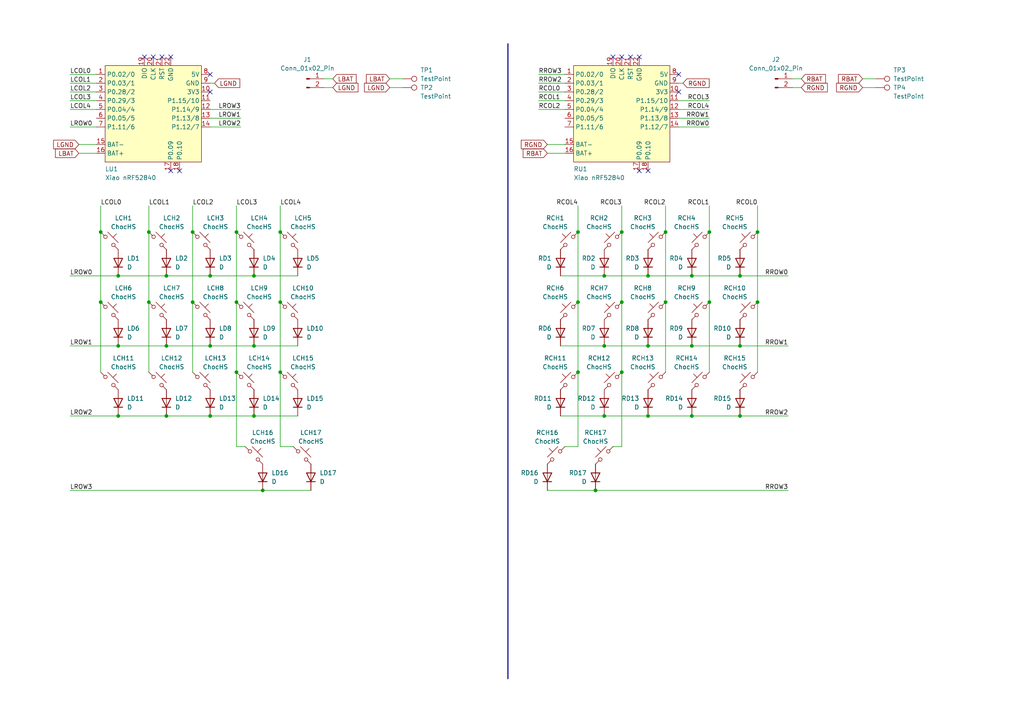
<source format=kicad_sch>
(kicad_sch (version 20231120) (generator "eeschema") (generator_version "8.0")
  (paper "A4")
  (lib_symbols
    (symbol "Connector:Conn_01x02_Pin" (pin_names (offset 1.016) hide)
      (property "Reference" "J" (at 0 2.54 0))
      (property "Value" "Conn_01x02_Pin" (at 0 -5.08 0))
      (symbol "Conn_01x02_Pin_1_1"
        (polyline (pts (xy 1.27 -2.54) (xy 0.8636 -2.54)) (stroke (width 0.1524)))
        (polyline (pts (xy 1.27 0) (xy 0.8636 0)) (stroke (width 0.1524)))
        (rectangle (start 0.8636 -2.413) (end 0 -2.667) (stroke (width 0.1524)) (fill (type outline)))
        (rectangle (start 0.8636 0.127) (end 0 -0.127) (stroke (width 0.1524)) (fill (type outline)))
        (pin passive line (at 5.08 0 180) (length 3.81) (name "Pin_1") (number "1"))
        (pin passive line (at 5.08 -2.54 180) (length 3.81) (name "Pin_2") (number "2"))
      )
    )
    (symbol "Connector:TestPoint" (pin_numbers hide) (pin_names (offset 0.762) hide)
      (property "Reference" "TP" (at 0 6.858 0))
      (property "Value" "TestPoint" (at 0 5.08 0))
      (symbol "TestPoint_0_1"
        (circle (center 0 3.302) (radius 0.762))
      )
      (symbol "TestPoint_1_1"
        (pin passive line (at 0 0 90) (length 2.54) (name "1") (number "1"))
      )
    )
    (symbol "Device:D" (pin_numbers hide) (pin_names (offset 1.016) hide)
      (property "Reference" "D" (at 0 2.54 0))
      (property "Value" "D" (at 0 -2.54 0))
      (symbol "D_0_1"
        (polyline (pts (xy -1.27 1.27) (xy -1.27 -1.27)) (stroke (width 0.254)))
        (polyline (pts (xy 1.27 0) (xy -1.27 0)))
        (polyline (pts (xy 1.27 1.27) (xy 1.27 -1.27) (xy -1.27 0) (xy 1.27 1.27)) (stroke (width 0.254)))
      )
      (symbol "D_1_1"
        (pin passive line (at -3.81 0 0) (length 2.54) (name "K") (number "1"))
        (pin passive line (at 3.81 0 180) (length 2.54) (name "A") (number "2"))
      )
    )
    (symbol "PCM_marbastlib-promicroish:Seeeduino_Xiao_nRF52840" (in_bom no)
      (property "Reference" "U" (at -10.16 -12.7 0))
      (property "Value" "Seeeduino Xiao nRF52840" (at -10.16 -15.24 0))
      (symbol "Seeeduino_Xiao_nRF52840_1_0"
        (pin bidirectional line (at -16.51 13.97 0) (length 2.54) (name "P0.02/0") (number "1"))
        (pin power_out line (at 16.51 8.89 180) (length 2.54) (name "3V3") (number "10"))
        (pin bidirectional line (at 16.51 6.35 180) (length 2.54) (name "P1.15/10") (number "11"))
        (pin bidirectional line (at 16.51 3.81 180) (length 2.54) (name "P1.14/9") (number "12"))
        (pin bidirectional line (at 16.51 1.27 180) (length 2.54) (name "P1.13/8") (number "13"))
        (pin bidirectional line (at 16.51 -1.27 180) (length 2.54) (name "P1.12/7") (number "14"))
        (pin power_in line (at -16.51 -6.35 0) (length 2.54) (name "BAT-") (number "15"))
        (pin power_in line (at -16.51 -8.89 0) (length 2.54) (name "BAT+") (number "16"))
        (pin bidirectional line (at 5.08 -13.97 90) (length 2.54) (name "P0.09") (number "17"))
        (pin bidirectional line (at 7.62 -13.97 90) (length 2.54) (name "P0.10") (number "18"))
        (pin bidirectional line (at -2.54 19.05 270) (length 2.54) (name "DIO") (number "19"))
        (pin bidirectional line (at -16.51 11.43 0) (length 2.54) (name "P0.03/1") (number "2"))
        (pin bidirectional line (at 0 19.05 270) (length 2.54) (name "CLK") (number "20"))
        (pin bidirectional line (at 2.54 19.05 270) (length 2.54) (name "RST") (number "21"))
        (pin power_out line (at 5.08 19.05 270) (length 2.54) (name "GND") (number "22"))
        (pin bidirectional line (at -16.51 8.89 0) (length 2.54) (name "P0.28/2") (number "3"))
        (pin bidirectional line (at -16.51 6.35 0) (length 2.54) (name "P0.29/3") (number "4"))
        (pin bidirectional line (at -16.51 3.81 0) (length 2.54) (name "P0.04/4") (number "5"))
        (pin bidirectional line (at -16.51 1.27 0) (length 2.54) (name "P0.05/5") (number "6"))
        (pin bidirectional line (at -16.51 -1.27 0) (length 2.54) (name "P1.11/6") (number "7"))
        (pin power_out line (at 16.51 13.97 180) (length 2.54) (name "5V") (number "8"))
        (pin power_out line (at 16.51 11.43 180) (length 2.54) (name "GND") (number "9"))
      )
      (symbol "Seeeduino_Xiao_nRF52840_1_1"
        (rectangle (start -13.97 16.51) (end 13.97 -11.43) (fill (type background)))
      )
    )
    (symbol "Switch:SW_Push_45deg" (pin_numbers hide) (pin_names (offset 1.016) hide)
      (property "Reference" "SW" (at 3.048 1.016 0))
      (property "Value" "SW_Push_45deg" (at 0 -3.81 0))
      (symbol "SW_Push_45deg_0_1"
        (circle (center -1.1684 1.1684) (radius 0.508))
        (polyline (pts (xy -0.508 2.54) (xy 2.54 -0.508)))
        (polyline (pts (xy 1.016 1.016) (xy 2.032 2.032)))
        (polyline (pts (xy -2.54 2.54) (xy -1.524 1.524) (xy -1.524 1.524)))
        (polyline (pts (xy 1.524 -1.524) (xy 2.54 -2.54) (xy 2.54 -2.54) (xy 2.54 -2.54)))
        (circle (center 1.143 -1.1938) (radius 0.508))
        (pin passive line (at -2.54 2.54 0) (length 0) (name "1") (number "1"))
        (pin passive line (at 2.54 -2.54 180) (length 0) (name "2") (number "2"))
      )
    )
  )
  (junction (at 81.28 67.31))
  (junction (at 29.21 87.63))
  (junction (at 200.66 80.01))
  (junction (at 60.96 120.65))
  (junction (at 73.66 80.01))
  (junction (at 48.26 80.01))
  (junction (at 180.34 87.63))
  (junction (at 55.88 67.31))
  (junction (at 205.74 67.31))
  (junction (at 29.21 67.31))
  (junction (at 187.96 80.01))
  (junction (at 73.66 120.65))
  (junction (at 55.88 87.63))
  (junction (at 68.58 107.95))
  (junction (at 73.66 100.33))
  (junction (at 76.2 142.24))
  (junction (at 187.96 120.65))
  (junction (at 175.26 100.33))
  (junction (at 34.29 80.01))
  (junction (at 205.74 87.63))
  (junction (at 219.71 87.63))
  (junction (at 167.64 107.95))
  (junction (at 60.96 100.33))
  (junction (at 81.28 107.95))
  (junction (at 200.66 100.33))
  (junction (at 60.96 80.01))
  (junction (at 34.29 120.65))
  (junction (at 81.28 87.63))
  (junction (at 175.26 80.01))
  (junction (at 200.66 120.65))
  (junction (at 214.63 80.01))
  (junction (at 172.72 142.24))
  (junction (at 180.34 67.31))
  (junction (at 68.58 87.63))
  (junction (at 68.58 67.31))
  (junction (at 219.71 67.31))
  (junction (at 34.29 100.33))
  (junction (at 48.26 120.65))
  (junction (at 193.04 67.31))
  (junction (at 167.64 87.63))
  (junction (at 180.34 107.95))
  (junction (at 214.63 120.65))
  (junction (at 214.63 100.33))
  (junction (at 167.64 67.31))
  (junction (at 48.26 100.33))
  (junction (at 43.18 87.63))
  (junction (at 193.04 87.63))
  (junction (at 187.96 100.33))
  (junction (at 43.18 67.31))
  (junction (at 175.26 120.65))
  (no_connect (at 49.53 49.53))
  (no_connect (at 41.91 16.51))
  (no_connect (at 182.88 16.51))
  (no_connect (at 180.34 16.51))
  (no_connect (at 196.85 21.59))
  (no_connect (at 177.8 16.51))
  (no_connect (at 187.96 49.53))
  (no_connect (at 60.96 21.59))
  (no_connect (at 185.42 16.51))
  (no_connect (at 44.45 16.51))
  (no_connect (at 52.07 49.53))
  (no_connect (at 185.42 49.53))
  (no_connect (at 46.99 16.51))
  (no_connect (at 60.96 26.67))
  (no_connect (at 196.85 26.67))
  (no_connect (at 49.53 16.51))
  (wire (pts (xy 214.63 100.33) (xy 228.6 100.33)))
  (bus (pts (xy 147.32 12.7) (xy 147.32 196.85)))
  (wire (pts (xy 73.66 100.33) (xy 86.36 100.33)))
  (wire (pts (xy 187.96 120.65) (xy 200.66 120.65)))
  (wire (pts (xy 175.26 120.65) (xy 187.96 120.65)))
  (wire (pts (xy 193.04 67.31) (xy 193.04 87.63)))
  (wire (pts (xy 219.71 67.31) (xy 219.71 87.63)))
  (wire (pts (xy 48.26 120.65) (xy 60.96 120.65)))
  (wire (pts (xy 113.03 22.86) (xy 116.84 22.86)))
  (wire (pts (xy 156.21 26.67) (xy 163.83 26.67)))
  (wire (pts (xy 229.87 22.86) (xy 232.41 22.86)))
  (wire (pts (xy 81.28 87.63) (xy 81.28 107.95)))
  (wire (pts (xy 219.71 59.69) (xy 219.71 67.31)))
  (wire (pts (xy 93.98 22.86) (xy 96.52 22.86)))
  (wire (pts (xy 180.34 87.63) (xy 180.34 107.95)))
  (wire (pts (xy 158.75 142.24) (xy 172.72 142.24)))
  (wire (pts (xy 20.32 29.21) (xy 27.94 29.21)))
  (wire (pts (xy 93.98 25.4) (xy 96.52 25.4)))
  (wire (pts (xy 60.96 120.65) (xy 73.66 120.65)))
  (wire (pts (xy 29.21 59.69) (xy 29.21 67.31)))
  (wire (pts (xy 29.21 67.31) (xy 29.21 87.63)))
  (wire (pts (xy 43.18 67.31) (xy 43.18 87.63)))
  (wire (pts (xy 167.64 107.95) (xy 167.64 129.54)))
  (wire (pts (xy 43.18 59.69) (xy 43.18 67.31)))
  (wire (pts (xy 60.96 80.01) (xy 73.66 80.01)))
  (wire (pts (xy 60.96 31.75) (xy 69.85 31.75)))
  (wire (pts (xy 29.21 87.63) (xy 29.21 107.95)))
  (wire (pts (xy 196.85 29.21) (xy 205.74 29.21)))
  (wire (pts (xy 113.03 25.4) (xy 116.84 25.4)))
  (wire (pts (xy 34.29 120.65) (xy 48.26 120.65)))
  (wire (pts (xy 187.96 100.33) (xy 200.66 100.33)))
  (wire (pts (xy 162.56 80.01) (xy 175.26 80.01)))
  (wire (pts (xy 20.32 120.65) (xy 34.29 120.65)))
  (wire (pts (xy 214.63 80.01) (xy 228.6 80.01)))
  (wire (pts (xy 68.58 87.63) (xy 68.58 107.95)))
  (wire (pts (xy 20.32 100.33) (xy 34.29 100.33)))
  (wire (pts (xy 60.96 24.13) (xy 62.23 24.13)))
  (wire (pts (xy 73.66 120.65) (xy 86.36 120.65)))
  (wire (pts (xy 167.64 67.31) (xy 167.64 87.63)))
  (wire (pts (xy 219.71 87.63) (xy 219.71 107.95)))
  (wire (pts (xy 180.34 67.31) (xy 180.34 87.63)))
  (wire (pts (xy 180.34 59.69) (xy 180.34 67.31)))
  (wire (pts (xy 68.58 67.31) (xy 68.58 87.63)))
  (wire (pts (xy 196.85 36.83) (xy 205.74 36.83)))
  (wire (pts (xy 158.75 41.91) (xy 163.83 41.91)))
  (wire (pts (xy 175.26 100.33) (xy 187.96 100.33)))
  (wire (pts (xy 196.85 24.13) (xy 198.12 24.13)))
  (wire (pts (xy 205.74 67.31) (xy 205.74 87.63)))
  (wire (pts (xy 250.19 22.86) (xy 254 22.86)))
  (wire (pts (xy 180.34 129.54) (xy 177.8 129.54)))
  (wire (pts (xy 229.87 25.4) (xy 232.41 25.4)))
  (wire (pts (xy 200.66 80.01) (xy 214.63 80.01)))
  (wire (pts (xy 43.18 87.63) (xy 43.18 107.95)))
  (wire (pts (xy 167.64 129.54) (xy 163.83 129.54)))
  (wire (pts (xy 167.64 87.63) (xy 167.64 107.95)))
  (wire (pts (xy 22.86 41.91) (xy 27.94 41.91)))
  (wire (pts (xy 180.34 107.95) (xy 180.34 129.54)))
  (wire (pts (xy 158.75 44.45) (xy 163.83 44.45)))
  (wire (pts (xy 20.32 26.67) (xy 27.94 26.67)))
  (wire (pts (xy 193.04 87.63) (xy 193.04 107.95)))
  (wire (pts (xy 156.21 31.75) (xy 163.83 31.75)))
  (wire (pts (xy 193.04 59.69) (xy 193.04 67.31)))
  (wire (pts (xy 81.28 107.95) (xy 81.28 129.54)))
  (wire (pts (xy 156.21 29.21) (xy 163.83 29.21)))
  (wire (pts (xy 250.19 25.4) (xy 254 25.4)))
  (wire (pts (xy 76.2 142.24) (xy 90.17 142.24)))
  (wire (pts (xy 162.56 100.33) (xy 175.26 100.33)))
  (wire (pts (xy 196.85 31.75) (xy 205.74 31.75)))
  (wire (pts (xy 81.28 67.31) (xy 81.28 87.63)))
  (wire (pts (xy 55.88 87.63) (xy 55.88 107.95)))
  (wire (pts (xy 214.63 120.65) (xy 228.6 120.65)))
  (wire (pts (xy 73.66 80.01) (xy 86.36 80.01)))
  (wire (pts (xy 48.26 80.01) (xy 60.96 80.01)))
  (wire (pts (xy 20.32 31.75) (xy 27.94 31.75)))
  (wire (pts (xy 172.72 142.24) (xy 228.6 142.24)))
  (wire (pts (xy 20.32 36.83) (xy 27.94 36.83)))
  (wire (pts (xy 20.32 142.24) (xy 76.2 142.24)))
  (wire (pts (xy 22.86 44.45) (xy 27.94 44.45)))
  (wire (pts (xy 187.96 80.01) (xy 200.66 80.01)))
  (wire (pts (xy 167.64 59.69) (xy 167.64 67.31)))
  (wire (pts (xy 20.32 21.59) (xy 27.94 21.59)))
  (wire (pts (xy 60.96 34.29) (xy 69.85 34.29)))
  (wire (pts (xy 200.66 120.65) (xy 214.63 120.65)))
  (wire (pts (xy 60.96 36.83) (xy 69.85 36.83)))
  (wire (pts (xy 68.58 59.69) (xy 68.58 67.31)))
  (wire (pts (xy 175.26 80.01) (xy 187.96 80.01)))
  (wire (pts (xy 20.32 80.01) (xy 34.29 80.01)))
  (wire (pts (xy 205.74 59.69) (xy 205.74 67.31)))
  (wire (pts (xy 81.28 59.69) (xy 81.28 67.31)))
  (wire (pts (xy 156.21 21.59) (xy 163.83 21.59)))
  (wire (pts (xy 48.26 100.33) (xy 60.96 100.33)))
  (wire (pts (xy 20.32 24.13) (xy 27.94 24.13)))
  (wire (pts (xy 34.29 80.01) (xy 48.26 80.01)))
  (wire (pts (xy 200.66 100.33) (xy 214.63 100.33)))
  (wire (pts (xy 196.85 34.29) (xy 205.74 34.29)))
  (wire (pts (xy 162.56 120.65) (xy 175.26 120.65)))
  (wire (pts (xy 68.58 107.95) (xy 68.58 129.54)))
  (wire (pts (xy 60.96 100.33) (xy 73.66 100.33)))
  (wire (pts (xy 55.88 67.31) (xy 55.88 87.63)))
  (wire (pts (xy 55.88 59.69) (xy 55.88 67.31)))
  (wire (pts (xy 68.58 129.54) (xy 71.12 129.54)))
  (wire (pts (xy 81.28 129.54) (xy 85.09 129.54)))
  (wire (pts (xy 205.74 87.63) (xy 205.74 107.95)))
  (wire (pts (xy 156.21 24.13) (xy 163.83 24.13)))
  (wire (pts (xy 34.29 100.33) (xy 48.26 100.33)))
  (label "LROW0" (at 20.32 36.83 0))
  (label "RCOL2" (at 193.04 59.69 180))
  (label "LCOL4" (at 81.28 59.69 0))
  (label "RROW1" (at 228.6 100.33 180))
  (label "RCOL4" (at 205.74 31.75 180))
  (label "LROW3" (at 69.85 31.75 180))
  (label "RROW0" (at 228.6 80.01 180))
  (label "RCOL3" (at 205.74 29.21 180))
  (label "RCOL0" (at 219.71 59.69 180))
  (label "RROW2" (at 156.21 24.13 0))
  (label "LROW2" (at 20.32 120.65 0))
  (label "LROW1" (at 69.85 34.29 180))
  (label "LCOL0" (at 20.32 21.59 0))
  (label "RCOL1" (at 205.74 59.69 180))
  (label "RROW3" (at 228.6 142.24 180))
  (label "LCOL2" (at 55.88 59.69 0))
  (label "RCOL0" (at 156.21 26.67 0))
  (label "LROW3" (at 20.32 142.24 0))
  (label "RROW3" (at 156.21 21.59 0))
  (label "RCOL1" (at 156.21 29.21 0))
  (label "RCOL2" (at 156.21 31.75 0))
  (label "LCOL1" (at 20.32 24.13 0))
  (label "RROW1" (at 205.74 34.29 180))
  (label "RROW0" (at 205.74 36.83 180))
  (label "LROW1" (at 20.32 100.33 0))
  (label "LROW2" (at 69.85 36.83 180))
  (label "LCOL4" (at 20.32 31.75 0))
  (label "LCOL2" (at 20.32 26.67 0))
  (label "RROW2" (at 228.6 120.65 180))
  (label "LCOL3" (at 68.58 59.69 0))
  (label "RCOL4" (at 167.64 59.69 180))
  (label "LCOL0" (at 29.21 59.69 0))
  (label "LROW0" (at 20.32 80.01 0))
  (label "LCOL1" (at 43.18 59.69 0))
  (label "RCOL3" (at 180.34 59.69 180))
  (label "LCOL3" (at 20.32 29.21 0))
  (global_label "LGND" (shape input) (at 22.86 41.91 180) (property "Intersheetrefs" "${INTERSHEET_REFS}" (effects (hide yes))))
  (global_label "RBAT" (shape input) (at 250.19 22.86 180) (property "Intersheetrefs" "${INTERSHEET_REFS}" (effects (hide yes))))
  (global_label "LGND" (shape input) (at 113.03 25.4 180) (property "Intersheetrefs" "${INTERSHEET_REFS}" (effects (hide yes))))
  (global_label "RGND" (shape input) (at 232.41 25.4 0) (property "Intersheetrefs" "${INTERSHEET_REFS}" (effects (hide yes))))
  (global_label "LGND" (shape input) (at 96.52 25.4 0) (property "Intersheetrefs" "${INTERSHEET_REFS}" (effects (hide yes))))
  (global_label "LBAT" (shape input) (at 113.03 22.86 180) (property "Intersheetrefs" "${INTERSHEET_REFS}" (effects (hide yes))))
  (global_label "LGND" (shape input) (at 62.23 24.13 0) (property "Intersheetrefs" "${INTERSHEET_REFS}" (effects (hide yes))))
  (global_label "LBAT" (shape input) (at 22.86 44.45 180) (property "Intersheetrefs" "${INTERSHEET_REFS}" (effects (hide yes))))
  (global_label "RGND" (shape input) (at 198.12 24.13 0) (property "Intersheetrefs" "${INTERSHEET_REFS}" (effects (hide yes))))
  (global_label "RGND" (shape input) (at 158.75 41.91 180) (property "Intersheetrefs" "${INTERSHEET_REFS}" (effects (hide yes))))
  (global_label "RBAT" (shape input) (at 158.75 44.45 180) (property "Intersheetrefs" "${INTERSHEET_REFS}" (effects (hide yes))))
  (global_label "RGND" (shape input) (at 250.19 25.4 180) (property "Intersheetrefs" "${INTERSHEET_REFS}" (effects (hide yes))))
  (global_label "LBAT" (shape input) (at 96.52 22.86 0) (property "Intersheetrefs" "${INTERSHEET_REFS}" (effects (hide yes))))
  (global_label "RBAT" (shape input) (at 232.41 22.86 0) (property "Intersheetrefs" "${INTERSHEET_REFS}" (effects (hide yes))))
  (symbol (lib_id "Device:D") (at 34.29 116.84 90) (unit 1)
    (property "Reference" "LD11" (at 36.83 115.5699 90) (effects (justify right)))
    (property "Value" "D" (at 36.83 118.1099 90) (effects (justify right)))
    (property "Footprint" "Diode_SMD:D_SOD-123" (effects (hide yes)))
    (property "Description" "Diode" (effects (hide yes)))
    (property "Sim.Device" "D" (effects (hide yes)))
    (property "Sim.Pins" "1=K 2=A" (effects (hide yes)))
  )
  (symbol (lib_id "Device:D") (at 187.96 96.52 270) (mirror x) (unit 1)
    (property "Reference" "RD8" (at 185.42 95.2499 90) (effects (justify right)))
    (property "Value" "D" (at 185.42 97.7899 90) (effects (justify right)))
    (property "Footprint" "Diode_SMD:D_SOD-123" (effects (hide yes)))
    (property "Description" "Diode" (effects (hide yes)))
    (property "Sim.Device" "D" (effects (hide yes)))
    (property "Sim.Pins" "1=K 2=A" (effects (hide yes)))
  )
  (symbol (lib_id "Switch:SW_Push_45deg") (at 31.75 90.17 0) (unit 1)
    (property "Reference" "LCH6" (at 35.814 83.566 0))
    (property "Value" "ChocHS" (at 35.814 86.106 0))
    (property "Footprint" "Custom:SW_choc_v1_HS_MBK" (effects (hide yes)))
    (property "Description" "Push button switch, normally open, two pins, 45° tilted" (effects (hide yes)))
  )
  (symbol (lib_id "Switch:SW_Push_45deg") (at 71.12 110.49 0) (unit 1)
    (property "Reference" "LCH14" (at 75.184 103.886 0))
    (property "Value" "ChocHS" (at 75.184 106.426 0))
    (property "Footprint" "Custom:SW_choc_v1_HS_MBK" (effects (hide yes)))
    (property "Description" "Push button switch, normally open, two pins, 45° tilted" (effects (hide yes)))
  )
  (symbol (lib_id "Device:D") (at 73.66 76.2 90) (unit 1)
    (property "Reference" "LD4" (at 76.2 74.9299 90) (effects (justify right)))
    (property "Value" "D" (at 76.2 77.4699 90) (effects (justify right)))
    (property "Footprint" "Diode_SMD:D_SOD-123" (effects (hide yes)))
    (property "Description" "Diode" (effects (hide yes)))
    (property "Sim.Device" "D" (effects (hide yes)))
    (property "Sim.Pins" "1=K 2=A" (effects (hide yes)))
  )
  (symbol (lib_id "Device:D") (at 172.72 138.43 270) (mirror x) (unit 1)
    (property "Reference" "RD17" (at 170.18 137.1599 90) (effects (justify right)))
    (property "Value" "D" (at 170.18 139.6999 90) (effects (justify right)))
    (property "Footprint" "Diode_SMD:D_SOD-123" (effects (hide yes)))
    (property "Description" "Diode" (effects (hide yes)))
    (property "Sim.Device" "D" (effects (hide yes)))
    (property "Sim.Pins" "1=K 2=A" (effects (hide yes)))
  )
  (symbol (lib_id "Switch:SW_Push_45deg") (at 58.42 90.17 0) (unit 1)
    (property "Reference" "LCH8" (at 62.484 83.566 0))
    (property "Value" "ChocHS" (at 62.484 86.106 0))
    (property "Footprint" "Custom:SW_choc_v1_HS_MBK" (effects (hide yes)))
    (property "Description" "Push button switch, normally open, two pins, 45° tilted" (effects (hide yes)))
  )
  (symbol (lib_id "Device:D") (at 73.66 116.84 90) (unit 1)
    (property "Reference" "LD14" (at 76.2 115.5699 90) (effects (justify right)))
    (property "Value" "D" (at 76.2 118.1099 90) (effects (justify right)))
    (property "Footprint" "Diode_SMD:D_SOD-123" (effects (hide yes)))
    (property "Description" "Diode" (effects (hide yes)))
    (property "Sim.Device" "D" (effects (hide yes)))
    (property "Sim.Pins" "1=K 2=A" (effects (hide yes)))
  )
  (symbol (lib_id "Device:D") (at 86.36 116.84 90) (unit 1)
    (property "Reference" "LD15" (at 88.9 115.5699 90) (effects (justify right)))
    (property "Value" "D" (at 88.9 118.1099 90) (effects (justify right)))
    (property "Footprint" "Diode_SMD:D_SOD-123" (effects (hide yes)))
    (property "Description" "Diode" (effects (hide yes)))
    (property "Sim.Device" "D" (effects (hide yes)))
    (property "Sim.Pins" "1=K 2=A" (effects (hide yes)))
  )
  (symbol (lib_id "Connector:TestPoint") (at 116.84 22.86 270) (unit 1)
    (property "Reference" "TP1" (at 121.92 20.32 90) (effects (justify left)))
    (property "Value" "TestPoint" (at 121.92 22.86 90) (effects (justify left)))
    (property "Footprint" "TestPoint:TestPoint_Pad_D2.0mm" (effects (hide yes)))
    (property "Description" "test point" (effects (hide yes)))
  )
  (symbol (lib_id "Switch:SW_Push_45deg") (at 165.1 90.17 0) (mirror y) (unit 1)
    (property "Reference" "RCH6" (at 161.036 83.566 0))
    (property "Value" "ChocHS" (at 161.036 86.106 0))
    (property "Footprint" "Custom:SW_choc_v1_HS_MBK" (effects (hide yes)))
    (property "Description" "Push button switch, normally open, two pins, 45° tilted" (effects (hide yes)))
  )
  (symbol (lib_id "Switch:SW_Push_45deg") (at 190.5 110.49 0) (mirror y) (unit 1)
    (property "Reference" "RCH13" (at 186.436 103.886 0))
    (property "Value" "ChocHS" (at 186.436 106.426 0))
    (property "Footprint" "Custom:SW_choc_v1_HS_MBK" (effects (hide yes)))
    (property "Description" "Push button switch, normally open, two pins, 45° tilted" (effects (hide yes)))
  )
  (symbol (lib_id "Switch:SW_Push_45deg") (at 165.1 69.85 0) (mirror y) (unit 1)
    (property "Reference" "RCH1" (at 161.036 63.246 0))
    (property "Value" "ChocHS" (at 161.036 65.786 0))
    (property "Footprint" "Custom:SW_choc_v1_HS_MBK" (effects (hide yes)))
    (property "Description" "Push button switch, normally open, two pins, 45° tilted" (effects (hide yes)))
  )
  (symbol (lib_id "Device:D") (at 214.63 96.52 270) (mirror x) (unit 1)
    (property "Reference" "RD10" (at 212.09 95.2499 90) (effects (justify right)))
    (property "Value" "D" (at 212.09 97.7899 90) (effects (justify right)))
    (property "Footprint" "Diode_SMD:D_SOD-123" (effects (hide yes)))
    (property "Description" "Diode" (effects (hide yes)))
    (property "Sim.Device" "D" (effects (hide yes)))
    (property "Sim.Pins" "1=K 2=A" (effects (hide yes)))
  )
  (symbol (lib_id "Device:D") (at 60.96 116.84 90) (unit 1)
    (property "Reference" "LD13" (at 63.5 115.5699 90) (effects (justify right)))
    (property "Value" "D" (at 63.5 118.1099 90) (effects (justify right)))
    (property "Footprint" "Diode_SMD:D_SOD-123" (effects (hide yes)))
    (property "Description" "Diode" (effects (hide yes)))
    (property "Sim.Device" "D" (effects (hide yes)))
    (property "Sim.Pins" "1=K 2=A" (effects (hide yes)))
  )
  (symbol (lib_id "Switch:SW_Push_45deg") (at 58.42 110.49 0) (unit 1)
    (property "Reference" "LCH13" (at 62.484 103.886 0))
    (property "Value" "ChocHS" (at 62.484 106.426 0))
    (property "Footprint" "Custom:SW_choc_v1_HS_MBK" (effects (hide yes)))
    (property "Description" "Push button switch, normally open, two pins, 45° tilted" (effects (hide yes)))
  )
  (symbol (lib_id "Device:D") (at 34.29 96.52 90) (unit 1)
    (property "Reference" "LD6" (at 36.83 95.2499 90) (effects (justify right)))
    (property "Value" "D" (at 36.83 97.7899 90) (effects (justify right)))
    (property "Footprint" "Diode_SMD:D_SOD-123" (effects (hide yes)))
    (property "Description" "Diode" (effects (hide yes)))
    (property "Sim.Device" "D" (effects (hide yes)))
    (property "Sim.Pins" "1=K 2=A" (effects (hide yes)))
  )
  (symbol (lib_id "Device:D") (at 187.96 116.84 270) (mirror x) (unit 1)
    (property "Reference" "RD13" (at 185.42 115.5699 90) (effects (justify right)))
    (property "Value" "D" (at 185.42 118.1099 90) (effects (justify right)))
    (property "Footprint" "Diode_SMD:D_SOD-123" (effects (hide yes)))
    (property "Description" "Diode" (effects (hide yes)))
    (property "Sim.Device" "D" (effects (hide yes)))
    (property "Sim.Pins" "1=K 2=A" (effects (hide yes)))
  )
  (symbol (lib_id "Device:D") (at 34.29 76.2 90) (unit 1)
    (property "Reference" "LD1" (at 36.83 74.9299 90) (effects (justify right)))
    (property "Value" "D" (at 36.83 77.4699 90) (effects (justify right)))
    (property "Footprint" "Diode_SMD:D_SOD-123" (effects (hide yes)))
    (property "Description" "Diode" (effects (hide yes)))
    (property "Sim.Device" "D" (effects (hide yes)))
    (property "Sim.Pins" "1=K 2=A" (effects (hide yes)))
  )
  (symbol (lib_id "Switch:SW_Push_45deg") (at 177.8 69.85 0) (mirror y) (unit 1)
    (property "Reference" "RCH2" (at 173.736 63.246 0))
    (property "Value" "ChocHS" (at 173.736 65.786 0))
    (property "Footprint" "Custom:SW_choc_v1_HS_MBK" (effects (hide yes)))
    (property "Description" "Push button switch, normally open, two pins, 45° tilted" (effects (hide yes)))
  )
  (symbol (lib_id "Switch:SW_Push_45deg") (at 161.29 132.08 0) (mirror y) (unit 1)
    (property "Reference" "RCH16" (at 158.75 125.476 0))
    (property "Value" "ChocHS" (at 158.75 128.016 0))
    (property "Footprint" "Custom:SW_choc_v1_HS_MBK" (effects (hide yes)))
    (property "Description" "Push button switch, normally open, two pins, 45° tilted" (effects (hide yes)))
  )
  (symbol (lib_id "Switch:SW_Push_45deg") (at 190.5 69.85 0) (mirror y) (unit 1)
    (property "Reference" "RCH3" (at 186.436 63.246 0))
    (property "Value" "ChocHS" (at 186.436 65.786 0))
    (property "Footprint" "Custom:SW_choc_v1_HS_MBK" (effects (hide yes)))
    (property "Description" "Push button switch, normally open, two pins, 45° tilted" (effects (hide yes)))
  )
  (symbol (lib_id "Switch:SW_Push_45deg") (at 71.12 90.17 0) (unit 1)
    (property "Reference" "LCH9" (at 75.184 83.566 0))
    (property "Value" "ChocHS" (at 75.184 86.106 0))
    (property "Footprint" "Custom:SW_choc_v1_HS_MBK" (effects (hide yes)))
    (property "Description" "Push button switch, normally open, two pins, 45° tilted" (effects (hide yes)))
  )
  (symbol (lib_id "Device:D") (at 175.26 76.2 270) (mirror x) (unit 1)
    (property "Reference" "RD2" (at 172.72 74.9299 90) (effects (justify right)))
    (property "Value" "D" (at 172.72 77.4699 90) (effects (justify right)))
    (property "Footprint" "Diode_SMD:D_SOD-123" (effects (hide yes)))
    (property "Description" "Diode" (effects (hide yes)))
    (property "Sim.Device" "D" (effects (hide yes)))
    (property "Sim.Pins" "1=K 2=A" (effects (hide yes)))
  )
  (symbol (lib_id "Switch:SW_Push_45deg") (at 58.42 69.85 0) (unit 1)
    (property "Reference" "LCH3" (at 62.484 63.246 0))
    (property "Value" "ChocHS" (at 62.484 65.786 0))
    (property "Footprint" "Custom:SW_choc_v1_HS_MBK" (effects (hide yes)))
    (property "Description" "Push button switch, normally open, two pins, 45° tilted" (effects (hide yes)))
  )
  (symbol (lib_id "Device:D") (at 214.63 116.84 270) (mirror x) (unit 1)
    (property "Reference" "RD15" (at 212.09 115.5699 90) (effects (justify right)))
    (property "Value" "D" (at 212.09 118.1099 90) (effects (justify right)))
    (property "Footprint" "Diode_SMD:D_SOD-123" (effects (hide yes)))
    (property "Description" "Diode" (effects (hide yes)))
    (property "Sim.Device" "D" (effects (hide yes)))
    (property "Sim.Pins" "1=K 2=A" (effects (hide yes)))
  )
  (symbol (lib_id "Device:D") (at 48.26 96.52 90) (unit 1)
    (property "Reference" "LD7" (at 50.8 95.2499 90) (effects (justify right)))
    (property "Value" "D" (at 50.8 97.7899 90) (effects (justify right)))
    (property "Footprint" "Diode_SMD:D_SOD-123" (effects (hide yes)))
    (property "Description" "Diode" (effects (hide yes)))
    (property "Sim.Device" "D" (effects (hide yes)))
    (property "Sim.Pins" "1=K 2=A" (effects (hide yes)))
  )
  (symbol (lib_id "Switch:SW_Push_45deg") (at 45.72 69.85 0) (unit 1)
    (property "Reference" "LCH2" (at 49.784 63.246 0))
    (property "Value" "ChocHS" (at 49.784 65.786 0))
    (property "Footprint" "Custom:SW_choc_v1_HS_MBK" (effects (hide yes)))
    (property "Description" "Push button switch, normally open, two pins, 45° tilted" (effects (hide yes)))
  )
  (symbol (lib_id "Device:D") (at 86.36 96.52 90) (unit 1)
    (property "Reference" "LD10" (at 88.9 95.2499 90) (effects (justify right)))
    (property "Value" "D" (at 88.9 97.7899 90) (effects (justify right)))
    (property "Footprint" "Diode_SMD:D_SOD-123" (effects (hide yes)))
    (property "Description" "Diode" (effects (hide yes)))
    (property "Sim.Device" "D" (effects (hide yes)))
    (property "Sim.Pins" "1=K 2=A" (effects (hide yes)))
  )
  (symbol (lib_id "Switch:SW_Push_45deg") (at 87.63 132.08 0) (unit 1)
    (property "Reference" "LCH17" (at 90.17 125.476 0))
    (property "Value" "ChocHS" (at 90.17 128.016 0))
    (property "Footprint" "Custom:SW_choc_v1_HS_MBK" (effects (hide yes)))
    (property "Description" "Push button switch, normally open, two pins, 45° tilted" (effects (hide yes)))
  )
  (symbol (lib_id "PCM_marbastlib-promicroish:Seeeduino_Xiao_nRF52840") (at 180.34 35.56 0) (unit 1) (in_bom no)
    (property "Reference" "RU1" (at 166.37 49.022 0) (effects (justify left)))
    (property "Value" "Xiao nRF52840" (at 166.37 51.562 0) (effects (justify left)))
    (property "Footprint" "Custom:xiao-ble-smd-cutout" (effects (hide yes)))
    (property "Description" "Symbol for a Seeeduino Xiao nRF52840" (effects (hide yes)))
  )
  (symbol (lib_id "Switch:SW_Push_45deg") (at 71.12 69.85 0) (unit 1)
    (property "Reference" "LCH4" (at 75.184 63.246 0))
    (property "Value" "ChocHS" (at 75.184 65.786 0))
    (property "Footprint" "Custom:SW_choc_v1_HS_MBK" (effects (hide yes)))
    (property "Description" "Push button switch, normally open, two pins, 45° tilted" (effects (hide yes)))
  )
  (symbol (lib_id "Switch:SW_Push_45deg") (at 177.8 90.17 0) (mirror y) (unit 1)
    (property "Reference" "RCH7" (at 173.736 83.566 0))
    (property "Value" "ChocHS" (at 173.736 86.106 0))
    (property "Footprint" "Custom:SW_choc_v1_HS_MBK" (effects (hide yes)))
    (property "Description" "Push button switch, normally open, two pins, 45° tilted" (effects (hide yes)))
  )
  (symbol (lib_id "Switch:SW_Push_45deg") (at 190.5 90.17 0) (mirror y) (unit 1)
    (property "Reference" "RCH8" (at 186.436 83.566 0))
    (property "Value" "ChocHS" (at 186.436 86.106 0))
    (property "Footprint" "Custom:SW_choc_v1_HS_MBK" (effects (hide yes)))
    (property "Description" "Push button switch, normally open, two pins, 45° tilted" (effects (hide yes)))
  )
  (symbol (lib_id "Device:D") (at 162.56 116.84 270) (mirror x) (unit 1)
    (property "Reference" "RD11" (at 160.02 115.5699 90) (effects (justify right)))
    (property "Value" "D" (at 160.02 118.1099 90) (effects (justify right)))
    (property "Footprint" "Diode_SMD:D_SOD-123" (effects (hide yes)))
    (property "Description" "Diode" (effects (hide yes)))
    (property "Sim.Device" "D" (effects (hide yes)))
    (property "Sim.Pins" "1=K 2=A" (effects (hide yes)))
  )
  (symbol (lib_id "Switch:SW_Push_45deg") (at 203.2 90.17 0) (mirror y) (unit 1)
    (property "Reference" "RCH9" (at 199.136 83.566 0))
    (property "Value" "ChocHS" (at 199.136 86.106 0))
    (property "Footprint" "Custom:SW_choc_v1_HS_MBK" (effects (hide yes)))
    (property "Description" "Push button switch, normally open, two pins, 45° tilted" (effects (hide yes)))
  )
  (symbol (lib_id "Connector:TestPoint") (at 116.84 25.4 270) (unit 1)
    (property "Reference" "TP2" (at 121.92 25.4 90) (effects (justify left)))
    (property "Value" "TestPoint" (at 121.92 27.94 90) (effects (justify left)))
    (property "Footprint" "TestPoint:TestPoint_Pad_D2.0mm" (effects (hide yes)))
    (property "Description" "test point" (effects (hide yes)))
  )
  (symbol (lib_id "Switch:SW_Push_45deg") (at 73.66 132.08 0) (unit 1)
    (property "Reference" "LCH16" (at 76.2 125.476 0))
    (property "Value" "ChocHS" (at 76.2 128.016 0))
    (property "Footprint" "Custom:SW_choc_v1_HS_MBK" (effects (hide yes)))
    (property "Description" "Push button switch, normally open, two pins, 45° tilted" (effects (hide yes)))
  )
  (symbol (lib_id "Switch:SW_Push_45deg") (at 31.75 110.49 0) (unit 1)
    (property "Reference" "LCH11" (at 35.814 103.886 0))
    (property "Value" "ChocHS" (at 35.814 106.426 0))
    (property "Footprint" "Custom:SW_choc_v1_HS_MBK" (effects (hide yes)))
    (property "Description" "Push button switch, normally open, two pins, 45° tilted" (effects (hide yes)))
  )
  (symbol (lib_id "Device:D") (at 76.2 138.43 90) (unit 1)
    (property "Reference" "LD16" (at 78.74 137.1599 90) (effects (justify right)))
    (property "Value" "D" (at 78.74 139.6999 90) (effects (justify right)))
    (property "Footprint" "Diode_SMD:D_SOD-123" (effects (hide yes)))
    (property "Description" "Diode" (effects (hide yes)))
    (property "Sim.Device" "D" (effects (hide yes)))
    (property "Sim.Pins" "1=K 2=A" (effects (hide yes)))
  )
  (symbol (lib_id "Switch:SW_Push_45deg") (at 83.82 69.85 0) (unit 1)
    (property "Reference" "LCH5" (at 87.884 63.246 0))
    (property "Value" "ChocHS" (at 87.884 65.786 0))
    (property "Footprint" "Custom:SW_choc_v1_HS_MBK" (effects (hide yes)))
    (property "Description" "Push button switch, normally open, two pins, 45° tilted" (effects (hide yes)))
  )
  (symbol (lib_id "Device:D") (at 73.66 96.52 90) (unit 1)
    (property "Reference" "LD9" (at 76.2 95.2499 90) (effects (justify right)))
    (property "Value" "D" (at 76.2 97.7899 90) (effects (justify right)))
    (property "Footprint" "Diode_SMD:D_SOD-123" (effects (hide yes)))
    (property "Description" "Diode" (effects (hide yes)))
    (property "Sim.Device" "D" (effects (hide yes)))
    (property "Sim.Pins" "1=K 2=A" (effects (hide yes)))
  )
  (symbol (lib_id "Device:D") (at 48.26 116.84 90) (unit 1)
    (property "Reference" "LD12" (at 50.8 115.5699 90) (effects (justify right)))
    (property "Value" "D" (at 50.8 118.1099 90) (effects (justify right)))
    (property "Footprint" "Diode_SMD:D_SOD-123" (effects (hide yes)))
    (property "Description" "Diode" (effects (hide yes)))
    (property "Sim.Device" "D" (effects (hide yes)))
    (property "Sim.Pins" "1=K 2=A" (effects (hide yes)))
  )
  (symbol (lib_id "Device:D") (at 200.66 96.52 270) (mirror x) (unit 1)
    (property "Reference" "RD9" (at 198.12 95.2499 90) (effects (justify right)))
    (property "Value" "D" (at 198.12 97.7899 90) (effects (justify right)))
    (property "Footprint" "Diode_SMD:D_SOD-123" (effects (hide yes)))
    (property "Description" "Diode" (effects (hide yes)))
    (property "Sim.Device" "D" (effects (hide yes)))
    (property "Sim.Pins" "1=K 2=A" (effects (hide yes)))
  )
  (symbol (lib_id "Connector:TestPoint") (at 254 22.86 270) (unit 1)
    (property "Reference" "TP3" (at 259.08 20.32 90) (effects (justify left)))
    (property "Value" "TestPoint" (at 259.08 22.86 90) (effects (justify left)))
    (property "Footprint" "TestPoint:TestPoint_Pad_D2.0mm" (effects (hide yes)))
    (property "Description" "test point" (effects (hide yes)))
  )
  (symbol (lib_id "Connector:Conn_01x02_Pin") (at 224.79 22.86 0) (unit 1)
    (property "Reference" "J2" (at 225.044 17.272 0))
    (property "Value" "Conn_01x02_Pin" (at 225.044 19.812 0))
    (property "Footprint" "Connector_JST:JST_ACH_BM02B-ACHSS-GAN-ETF_1x02-1MP_P1.20mm_Vertical" (effects (hide yes)))
    (property "Description" "Generic connector, single row, 01x02, script generated" (effects (hide yes)))
  )
  (symbol (lib_id "Device:D") (at 60.96 96.52 90) (unit 1)
    (property "Reference" "LD8" (at 63.5 95.2499 90) (effects (justify right)))
    (property "Value" "D" (at 63.5 97.7899 90) (effects (justify right)))
    (property "Footprint" "Diode_SMD:D_SOD-123" (effects (hide yes)))
    (property "Description" "Diode" (effects (hide yes)))
    (property "Sim.Device" "D" (effects (hide yes)))
    (property "Sim.Pins" "1=K 2=A" (effects (hide yes)))
  )
  (symbol (lib_id "Switch:SW_Push_45deg") (at 165.1 110.49 0) (mirror y) (unit 1)
    (property "Reference" "RCH11" (at 161.036 103.886 0))
    (property "Value" "ChocHS" (at 161.036 106.426 0))
    (property "Footprint" "Custom:SW_choc_v1_HS_MBK" (effects (hide yes)))
    (property "Description" "Push button switch, normally open, two pins, 45° tilted" (effects (hide yes)))
  )
  (symbol (lib_id "Switch:SW_Push_45deg") (at 217.17 110.49 0) (mirror y) (unit 1)
    (property "Reference" "RCH15" (at 213.106 103.886 0))
    (property "Value" "ChocHS" (at 213.106 106.426 0))
    (property "Footprint" "Custom:SW_choc_v1_HS_MBK" (effects (hide yes)))
    (property "Description" "Push button switch, normally open, two pins, 45° tilted" (effects (hide yes)))
  )
  (symbol (lib_id "Switch:SW_Push_45deg") (at 203.2 110.49 0) (mirror y) (unit 1)
    (property "Reference" "RCH14" (at 199.136 103.886 0))
    (property "Value" "ChocHS" (at 199.136 106.426 0))
    (property "Footprint" "Custom:SW_choc_v1_HS_MBK" (effects (hide yes)))
    (property "Description" "Push button switch, normally open, two pins, 45° tilted" (effects (hide yes)))
  )
  (symbol (lib_id "PCM_marbastlib-promicroish:Seeeduino_Xiao_nRF52840") (at 44.45 35.56 0) (unit 1) (in_bom no)
    (property "Reference" "LU1" (at 30.48 49.022 0) (effects (justify left)))
    (property "Value" "Xiao nRF52840" (at 30.48 51.562 0) (effects (justify left)))
    (property "Footprint" "Custom:xiao-ble-smd-cutout" (effects (hide yes)))
    (property "Description" "Symbol for a Seeeduino Xiao nRF52840" (effects (hide yes)))
  )
  (symbol (lib_id "Device:D") (at 175.26 96.52 270) (mirror x) (unit 1)
    (property "Reference" "RD7" (at 172.72 95.2499 90) (effects (justify right)))
    (property "Value" "D" (at 172.72 97.7899 90) (effects (justify right)))
    (property "Footprint" "Diode_SMD:D_SOD-123" (effects (hide yes)))
    (property "Description" "Diode" (effects (hide yes)))
    (property "Sim.Device" "D" (effects (hide yes)))
    (property "Sim.Pins" "1=K 2=A" (effects (hide yes)))
  )
  (symbol (lib_id "Device:D") (at 162.56 96.52 270) (mirror x) (unit 1)
    (property "Reference" "RD6" (at 160.02 95.2499 90) (effects (justify right)))
    (property "Value" "D" (at 160.02 97.7899 90) (effects (justify right)))
    (property "Footprint" "Diode_SMD:D_SOD-123" (effects (hide yes)))
    (property "Description" "Diode" (effects (hide yes)))
    (property "Sim.Device" "D" (effects (hide yes)))
    (property "Sim.Pins" "1=K 2=A" (effects (hide yes)))
  )
  (symbol (lib_id "Device:D") (at 48.26 76.2 90) (unit 1)
    (property "Reference" "LD2" (at 50.8 74.9299 90) (effects (justify right)))
    (property "Value" "D" (at 50.8 77.4699 90) (effects (justify right)))
    (property "Footprint" "Diode_SMD:D_SOD-123" (effects (hide yes)))
    (property "Description" "Diode" (effects (hide yes)))
    (property "Sim.Device" "D" (effects (hide yes)))
    (property "Sim.Pins" "1=K 2=A" (effects (hide yes)))
  )
  (symbol (lib_id "Connector:Conn_01x02_Pin") (at 88.9 22.86 0) (unit 1)
    (property "Reference" "J1" (at 89.154 17.272 0))
    (property "Value" "Conn_01x02_Pin" (at 89.154 19.812 0))
    (property "Footprint" "Connector_JST:JST_ACH_BM02B-ACHSS-GAN-ETF_1x02-1MP_P1.20mm_Vertical" (effects (hide yes)))
    (property "Description" "Generic connector, single row, 01x02, script generated" (effects (hide yes)))
  )
  (symbol (lib_id "Switch:SW_Push_45deg") (at 177.8 110.49 0) (mirror y) (unit 1)
    (property "Reference" "RCH12" (at 173.736 103.886 0))
    (property "Value" "ChocHS" (at 173.736 106.426 0))
    (property "Footprint" "Custom:SW_choc_v1_HS_MBK" (effects (hide yes)))
    (property "Description" "Push button switch, normally open, two pins, 45° tilted" (effects (hide yes)))
  )
  (symbol (lib_id "Switch:SW_Push_45deg") (at 217.17 90.17 0) (mirror y) (unit 1)
    (property "Reference" "RCH10" (at 213.106 83.566 0))
    (property "Value" "ChocHS" (at 213.106 86.106 0))
    (property "Footprint" "Custom:SW_choc_v1_HS_MBK" (effects (hide yes)))
    (property "Description" "Push button switch, normally open, two pins, 45° tilted" (effects (hide yes)))
  )
  (symbol (lib_id "Device:D") (at 175.26 116.84 270) (mirror x) (unit 1)
    (property "Reference" "RD12" (at 172.72 115.5699 90) (effects (justify right)))
    (property "Value" "D" (at 172.72 118.1099 90) (effects (justify right)))
    (property "Footprint" "Diode_SMD:D_SOD-123" (effects (hide yes)))
    (property "Description" "Diode" (effects (hide yes)))
    (property "Sim.Device" "D" (effects (hide yes)))
    (property "Sim.Pins" "1=K 2=A" (effects (hide yes)))
  )
  (symbol (lib_id "Device:D") (at 214.63 76.2 270) (mirror x) (unit 1)
    (property "Reference" "RD5" (at 212.09 74.9299 90) (effects (justify right)))
    (property "Value" "D" (at 212.09 77.4699 90) (effects (justify right)))
    (property "Footprint" "Diode_SMD:D_SOD-123" (effects (hide yes)))
    (property "Description" "Diode" (effects (hide yes)))
    (property "Sim.Device" "D" (effects (hide yes)))
    (property "Sim.Pins" "1=K 2=A" (effects (hide yes)))
  )
  (symbol (lib_id "Switch:SW_Push_45deg") (at 83.82 90.17 0) (unit 1)
    (property "Reference" "LCH10" (at 87.884 83.566 0))
    (property "Value" "ChocHS" (at 87.884 86.106 0))
    (property "Footprint" "Custom:SW_choc_v1_HS_MBK" (effects (hide yes)))
    (property "Description" "Push button switch, normally open, two pins, 45° tilted" (effects (hide yes)))
  )
  (symbol (lib_id "Switch:SW_Push_45deg") (at 203.2 69.85 0) (mirror y) (unit 1)
    (property "Reference" "RCH4" (at 199.136 63.246 0))
    (property "Value" "ChocHS" (at 199.136 65.786 0))
    (property "Footprint" "Custom:SW_choc_v1_HS_MBK" (effects (hide yes)))
    (property "Description" "Push button switch, normally open, two pins, 45° tilted" (effects (hide yes)))
  )
  (symbol (lib_id "Switch:SW_Push_45deg") (at 175.26 132.08 0) (mirror y) (unit 1)
    (property "Reference" "RCH17" (at 172.72 125.476 0))
    (property "Value" "ChocHS" (at 172.72 128.016 0))
    (property "Footprint" "Custom:SW_choc_v1_HS_MBK" (effects (hide yes)))
    (property "Description" "Push button switch, normally open, two pins, 45° tilted" (effects (hide yes)))
  )
  (symbol (lib_id "Device:D") (at 187.96 76.2 270) (mirror x) (unit 1)
    (property "Reference" "RD3" (at 185.42 74.9299 90) (effects (justify right)))
    (property "Value" "D" (at 185.42 77.4699 90) (effects (justify right)))
    (property "Footprint" "Diode_SMD:D_SOD-123" (effects (hide yes)))
    (property "Description" "Diode" (effects (hide yes)))
    (property "Sim.Device" "D" (effects (hide yes)))
    (property "Sim.Pins" "1=K 2=A" (effects (hide yes)))
  )
  (symbol (lib_id "Switch:SW_Push_45deg") (at 83.82 110.49 0) (unit 1)
    (property "Reference" "LCH15" (at 87.884 103.886 0))
    (property "Value" "ChocHS" (at 87.884 106.426 0))
    (property "Footprint" "Custom:SW_choc_v1_HS_MBK" (effects (hide yes)))
    (property "Description" "Push button switch, normally open, two pins, 45° tilted" (effects (hide yes)))
  )
  (symbol (lib_id "Connector:TestPoint") (at 254 25.4 270) (unit 1)
    (property "Reference" "TP4" (at 259.08 25.4 90) (effects (justify left)))
    (property "Value" "TestPoint" (at 259.08 27.94 90) (effects (justify left)))
    (property "Footprint" "TestPoint:TestPoint_Pad_D2.0mm" (effects (hide yes)))
    (property "Description" "test point" (effects (hide yes)))
  )
  (symbol (lib_id "Device:D") (at 200.66 116.84 270) (mirror x) (unit 1)
    (property "Reference" "RD14" (at 198.12 115.5699 90) (effects (justify right)))
    (property "Value" "D" (at 198.12 118.1099 90) (effects (justify right)))
    (property "Footprint" "Diode_SMD:D_SOD-123" (effects (hide yes)))
    (property "Description" "Diode" (effects (hide yes)))
    (property "Sim.Device" "D" (effects (hide yes)))
    (property "Sim.Pins" "1=K 2=A" (effects (hide yes)))
  )
  (symbol (lib_id "Device:D") (at 90.17 138.43 90) (unit 1)
    (property "Reference" "LD17" (at 92.71 137.1599 90) (effects (justify right)))
    (property "Value" "D" (at 92.71 139.6999 90) (effects (justify right)))
    (property "Footprint" "Diode_SMD:D_SOD-123" (effects (hide yes)))
    (property "Description" "Diode" (effects (hide yes)))
    (property "Sim.Device" "D" (effects (hide yes)))
    (property "Sim.Pins" "1=K 2=A" (effects (hide yes)))
  )
  (symbol (lib_id "Device:D") (at 60.96 76.2 90) (unit 1)
    (property "Reference" "LD3" (at 63.5 74.9299 90) (effects (justify right)))
    (property "Value" "D" (at 63.5 77.4699 90) (effects (justify right)))
    (property "Footprint" "Diode_SMD:D_SOD-123" (effects (hide yes)))
    (property "Description" "Diode" (effects (hide yes)))
    (property "Sim.Device" "D" (effects (hide yes)))
    (property "Sim.Pins" "1=K 2=A" (effects (hide yes)))
  )
  (symbol (lib_id "Switch:SW_Push_45deg") (at 31.75 69.85 0) (unit 1)
    (property "Reference" "LCH1" (at 35.814 63.246 0))
    (property "Value" "ChocHS" (at 35.814 65.786 0))
    (property "Footprint" "Custom:SW_choc_v1_HS_MBK" (effects (hide yes)))
    (property "Description" "Push button switch, normally open, two pins, 45° tilted" (effects (hide yes)))
  )
  (symbol (lib_id "Device:D") (at 200.66 76.2 270) (mirror x) (unit 1)
    (property "Reference" "RD4" (at 198.12 74.9299 90) (effects (justify right)))
    (property "Value" "D" (at 198.12 77.4699 90) (effects (justify right)))
    (property "Footprint" "Diode_SMD:D_SOD-123" (effects (hide yes)))
    (property "Description" "Diode" (effects (hide yes)))
    (property "Sim.Device" "D" (effects (hide yes)))
    (property "Sim.Pins" "1=K 2=A" (effects (hide yes)))
  )
  (symbol (lib_id "Device:D") (at 86.36 76.2 90) (unit 1)
    (property "Reference" "LD5" (at 88.9 74.9299 90) (effects (justify right)))
    (property "Value" "D" (at 88.9 77.4699 90) (effects (justify right)))
    (property "Footprint" "Diode_SMD:D_SOD-123" (effects (hide yes)))
    (property "Description" "Diode" (effects (hide yes)))
    (property "Sim.Device" "D" (effects (hide yes)))
    (property "Sim.Pins" "1=K 2=A" (effects (hide yes)))
  )
  (symbol (lib_id "Device:D") (at 162.56 76.2 270) (mirror x) (unit 1)
    (property "Reference" "RD1" (at 160.02 74.9299 90) (effects (justify right)))
    (property "Value" "D" (at 160.02 77.4699 90) (effects (justify right)))
    (property "Footprint" "Diode_SMD:D_SOD-123" (effects (hide yes)))
    (property "Description" "Diode" (effects (hide yes)))
    (property "Sim.Device" "D" (effects (hide yes)))
    (property "Sim.Pins" "1=K 2=A" (effects (hide yes)))
  )
  (symbol (lib_id "Device:D") (at 158.75 138.43 270) (mirror x) (unit 1)
    (property "Reference" "RD16" (at 156.21 137.1599 90) (effects (justify right)))
    (property "Value" "D" (at 156.21 139.6999 90) (effects (justify right)))
    (property "Footprint" "Diode_SMD:D_SOD-123" (effects (hide yes)))
    (property "Description" "Diode" (effects (hide yes)))
    (property "Sim.Device" "D" (effects (hide yes)))
    (property "Sim.Pins" "1=K 2=A" (effects (hide yes)))
  )
  (symbol (lib_id "Switch:SW_Push_45deg") (at 45.72 110.49 0) (unit 1)
    (property "Reference" "LCH12" (at 49.784 103.886 0))
    (property "Value" "ChocHS" (at 49.784 106.426 0))
    (property "Footprint" "Custom:SW_choc_v1_HS_MBK" (effects (hide yes)))
    (property "Description" "Push button switch, normally open, two pins, 45° tilted" (effects (hide yes)))
  )
  (symbol (lib_id "Switch:SW_Push_45deg") (at 217.17 69.85 0) (mirror y) (unit 1)
    (property "Reference" "RCH5" (at 213.106 63.246 0))
    (property "Value" "ChocHS" (at 213.106 65.786 0))
    (property "Footprint" "Custom:SW_choc_v1_HS_MBK" (effects (hide yes)))
    (property "Description" "Push button switch, normally open, two pins, 45° tilted" (effects (hide yes)))
  )
  (symbol (lib_id "Switch:SW_Push_45deg") (at 45.72 90.17 0) (unit 1)
    (property "Reference" "LCH7" (at 49.784 83.566 0))
    (property "Value" "ChocHS" (at 49.784 86.106 0))
    (property "Footprint" "Custom:SW_choc_v1_HS_MBK" (effects (hide yes)))
    (property "Description" "Push button switch, normally open, two pins, 45° tilted" (effects (hide yes)))
  )
)
</source>
